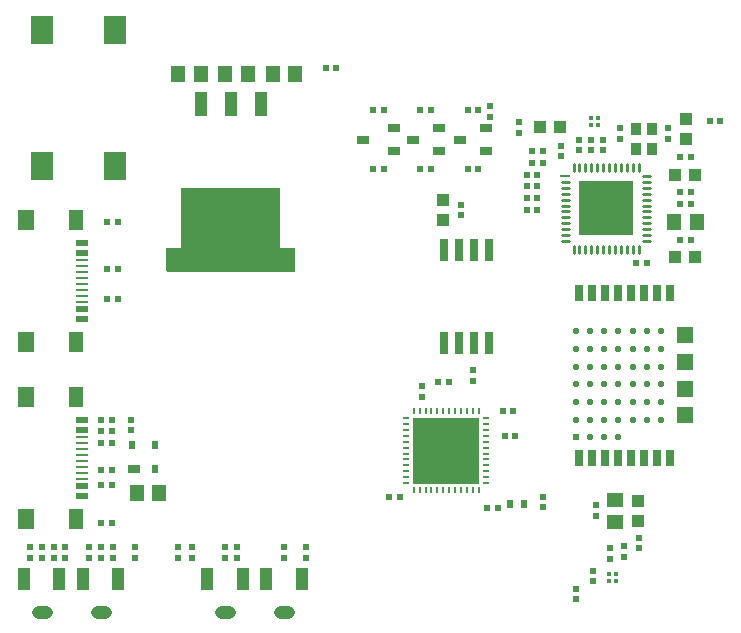
<source format=gbr>
G04 EAGLE Gerber RS-274X export*
G75*
%MOMM*%
%FSLAX34Y34*%
%LPD*%
%INSolderpaste Top*%
%IPPOS*%
%AMOC8*
5,1,8,0,0,1.08239X$1,22.5*%
G01*
%ADD10R,0.574600X0.474600*%
%ADD11R,0.474600X0.574600*%
%ADD12R,0.974600X0.674600*%
%ADD13R,0.574600X0.674600*%
%ADD14R,0.674600X1.474600*%
%ADD15R,0.685800X1.473200*%
%ADD16C,0.574600*%
%ADD17C,0.584200*%
%ADD18R,0.574600X0.574600*%
%ADD19R,1.474600X1.474600*%
%ADD20R,4.584000X4.584000*%
%ADD21R,0.874600X0.254600*%
%ADD22C,0.254600*%
%ADD23R,0.774600X1.874600*%
%ADD24R,1.974600X2.474600*%
%ADD25R,0.374600X0.374600*%
%ADD26R,0.974600X0.774600*%
%ADD27R,1.074600X0.474600*%
%ADD28R,1.074600X0.224600*%
%ADD29R,1.174600X1.674600*%
%ADD30R,1.474600X1.674600*%
%ADD31R,0.974600X1.874600*%
%ADD32C,1.074600*%
%ADD33R,0.474600X0.774600*%
%ADD34R,1.274600X1.474600*%
%ADD35R,1.474600X1.274600*%
%ADD36R,0.974600X1.074600*%
%ADD37R,1.074600X0.974600*%
%ADD38R,1.044600X2.134600*%
%ADD39R,0.609600X1.244600*%
%ADD40R,0.874600X0.974600*%
%ADD41R,0.524600X0.274600*%
%ADD42R,0.274600X0.524600*%
%ADD43R,5.574600X5.574600*%

G36*
X244008Y307802D02*
X244008Y307802D01*
X244017Y307801D01*
X244105Y307822D01*
X244195Y307840D01*
X244202Y307845D01*
X244210Y307847D01*
X244283Y307901D01*
X244359Y307953D01*
X244363Y307960D01*
X244370Y307965D01*
X244417Y308043D01*
X244466Y308120D01*
X244467Y308129D01*
X244472Y308136D01*
X244499Y308300D01*
X244499Y327400D01*
X244498Y327408D01*
X244499Y327417D01*
X244478Y327505D01*
X244460Y327595D01*
X244455Y327602D01*
X244453Y327610D01*
X244399Y327683D01*
X244347Y327759D01*
X244340Y327763D01*
X244335Y327770D01*
X244257Y327817D01*
X244180Y327866D01*
X244171Y327867D01*
X244164Y327872D01*
X244000Y327899D01*
X232149Y327899D01*
X232149Y378200D01*
X232148Y378206D01*
X232149Y378212D01*
X232148Y378214D01*
X232149Y378217D01*
X232128Y378305D01*
X232110Y378395D01*
X232105Y378402D01*
X232103Y378410D01*
X232049Y378483D01*
X231997Y378559D01*
X231990Y378563D01*
X231985Y378570D01*
X231907Y378617D01*
X231830Y378666D01*
X231821Y378667D01*
X231814Y378672D01*
X231650Y378699D01*
X148350Y378699D01*
X148342Y378698D01*
X148333Y378699D01*
X148245Y378678D01*
X148155Y378660D01*
X148148Y378655D01*
X148140Y378653D01*
X148067Y378599D01*
X147991Y378547D01*
X147987Y378540D01*
X147980Y378535D01*
X147933Y378457D01*
X147884Y378380D01*
X147883Y378371D01*
X147878Y378364D01*
X147851Y378200D01*
X147851Y327899D01*
X136000Y327899D01*
X135992Y327898D01*
X135983Y327899D01*
X135895Y327878D01*
X135805Y327860D01*
X135798Y327855D01*
X135790Y327853D01*
X135717Y327799D01*
X135641Y327747D01*
X135637Y327740D01*
X135630Y327735D01*
X135583Y327657D01*
X135534Y327580D01*
X135533Y327571D01*
X135528Y327564D01*
X135501Y327400D01*
X135501Y308300D01*
X135502Y308292D01*
X135501Y308283D01*
X135522Y308195D01*
X135540Y308105D01*
X135545Y308098D01*
X135547Y308090D01*
X135601Y308017D01*
X135653Y307941D01*
X135660Y307937D01*
X135665Y307930D01*
X135743Y307883D01*
X135820Y307834D01*
X135829Y307833D01*
X135836Y307828D01*
X136000Y307801D01*
X244000Y307801D01*
X244008Y307802D01*
G37*
D10*
X80500Y173000D03*
X89500Y173000D03*
X80500Y140000D03*
X89500Y140000D03*
X89500Y182000D03*
X80500Y182000D03*
D11*
X106000Y173500D03*
X106000Y182500D03*
D12*
X108500Y141000D03*
D13*
X125500Y141000D03*
X125500Y161000D03*
X106500Y161000D03*
D14*
X562300Y290000D03*
X551300Y290000D03*
X540300Y290000D03*
X529300Y290000D03*
X518300Y290000D03*
X507300Y290000D03*
X496300Y290000D03*
X485300Y290000D03*
D15*
X485300Y150000D03*
X496300Y150000D03*
X507300Y150000D03*
X518300Y150000D03*
X529300Y150000D03*
X540300Y150000D03*
X551300Y150000D03*
X562300Y150000D03*
D16*
X554300Y242500D03*
X542300Y242500D03*
X530300Y242500D03*
X518300Y242500D03*
X506300Y242500D03*
X494300Y242500D03*
X482300Y242500D03*
X554300Y227500D03*
X542300Y227500D03*
X530300Y227500D03*
X518300Y227500D03*
X506300Y227500D03*
X494300Y227500D03*
X482300Y227500D03*
X554300Y212500D03*
X542300Y212500D03*
X530300Y212500D03*
X518300Y212500D03*
X506300Y212500D03*
X494300Y212500D03*
X482300Y212500D03*
X554300Y197500D03*
X542300Y197500D03*
X530300Y197500D03*
X518300Y197500D03*
X506300Y197500D03*
X494300Y197500D03*
X482300Y197500D03*
X554300Y182500D03*
X542300Y182500D03*
X530300Y182500D03*
X518300Y182500D03*
X506300Y182500D03*
X494300Y182500D03*
X482300Y182500D03*
D17*
X518300Y167500D03*
X506300Y167500D03*
X494300Y167500D03*
D18*
X482300Y167500D03*
D19*
X574300Y253750D03*
X574300Y231250D03*
X574300Y208750D03*
X574300Y186250D03*
D16*
X554300Y257500D03*
X542300Y257500D03*
X530300Y257500D03*
X518300Y257500D03*
X506300Y257500D03*
X494300Y257500D03*
X482300Y257500D03*
D11*
X499600Y110000D03*
X499600Y101000D03*
X470000Y405500D03*
X470000Y414500D03*
D10*
X570500Y335000D03*
X579500Y335000D03*
X570500Y405000D03*
X579500Y405000D03*
X445100Y410200D03*
X454100Y410200D03*
X445100Y400200D03*
X454100Y400200D03*
X440500Y390000D03*
X449500Y390000D03*
X440500Y380000D03*
X449500Y380000D03*
X440500Y370000D03*
X449500Y370000D03*
X570500Y375000D03*
X579500Y375000D03*
D18*
X570500Y365000D03*
X579500Y365000D03*
X536000Y82500D03*
X536000Y73500D03*
X523000Y75500D03*
X523000Y66500D03*
X511000Y73500D03*
X511000Y64500D03*
X505000Y410500D03*
X505000Y419500D03*
X485000Y410500D03*
X485000Y419500D03*
X495000Y410500D03*
X495000Y419500D03*
X395000Y224500D03*
X395000Y215500D03*
X454260Y108380D03*
X454260Y117380D03*
X429300Y189800D03*
X420300Y189800D03*
D10*
X333000Y116900D03*
X324000Y116900D03*
X422100Y168700D03*
X431100Y168700D03*
X407000Y108100D03*
X416000Y108100D03*
D11*
X351900Y202000D03*
X351900Y211000D03*
D20*
X507800Y361300D03*
D21*
X473300Y388800D03*
D22*
X470200Y383800D02*
X476400Y383800D01*
X476400Y378800D02*
X470200Y378800D01*
X470200Y373800D02*
X476400Y373800D01*
X476400Y368800D02*
X470200Y368800D01*
X470200Y363800D02*
X476400Y363800D01*
X476400Y358800D02*
X470200Y358800D01*
X470200Y353800D02*
X476400Y353800D01*
X476400Y348800D02*
X470200Y348800D01*
X470200Y343800D02*
X476400Y343800D01*
X476400Y338800D02*
X470200Y338800D01*
X470200Y333800D02*
X476400Y333800D01*
X480300Y329900D02*
X480300Y323700D01*
X485300Y323700D02*
X485300Y329900D01*
X490300Y329900D02*
X490300Y323700D01*
X495300Y323700D02*
X495300Y329900D01*
X500300Y329900D02*
X500300Y323700D01*
X505300Y323700D02*
X505300Y329900D01*
X510300Y329900D02*
X510300Y323700D01*
X515300Y323700D02*
X515300Y329900D01*
X520300Y329900D02*
X520300Y323700D01*
X525300Y323700D02*
X525300Y329900D01*
X530300Y329900D02*
X530300Y323700D01*
X535300Y323700D02*
X535300Y329900D01*
X539200Y333800D02*
X545400Y333800D01*
X545400Y338800D02*
X539200Y338800D01*
X539200Y343800D02*
X545400Y343800D01*
X545400Y348800D02*
X539200Y348800D01*
X539200Y353800D02*
X545400Y353800D01*
X545400Y358800D02*
X539200Y358800D01*
X539200Y363800D02*
X545400Y363800D01*
X545400Y368800D02*
X539200Y368800D01*
X539200Y373800D02*
X545400Y373800D01*
X545400Y378800D02*
X539200Y378800D01*
X539200Y383800D02*
X545400Y383800D01*
X545400Y388800D02*
X539200Y388800D01*
X535300Y392700D02*
X535300Y398900D01*
X530300Y398900D02*
X530300Y392700D01*
X525300Y392700D02*
X525300Y398900D01*
X520300Y398900D02*
X520300Y392700D01*
X515300Y392700D02*
X515300Y398900D01*
X510300Y398900D02*
X510300Y392700D01*
X505300Y392700D02*
X505300Y398900D01*
X500300Y398900D02*
X500300Y392700D01*
X495300Y392700D02*
X495300Y398900D01*
X490300Y398900D02*
X490300Y392700D01*
X485300Y392700D02*
X485300Y398900D01*
X480300Y398900D02*
X480300Y392700D01*
D18*
X449500Y360000D03*
X440500Y360000D03*
X80000Y65500D03*
X80000Y74500D03*
D23*
X370750Y247300D03*
X383450Y247300D03*
X396150Y247300D03*
X408850Y247300D03*
X408850Y326300D03*
X396150Y326300D03*
X383450Y326300D03*
X370750Y326300D03*
D18*
X254000Y65500D03*
X254000Y74500D03*
X30000Y65500D03*
X30000Y74500D03*
D10*
X350500Y394600D03*
X359500Y394600D03*
X359500Y444600D03*
X350500Y444600D03*
X399500Y444600D03*
X390500Y444600D03*
X390500Y394600D03*
X399500Y394600D03*
X310500Y394600D03*
X319500Y394600D03*
X319500Y444600D03*
X310500Y444600D03*
D18*
X185000Y65500D03*
X185000Y74500D03*
X145000Y65500D03*
X145000Y74500D03*
X157000Y65500D03*
X157000Y74500D03*
D24*
X30000Y397500D03*
X92000Y397500D03*
X92000Y512500D03*
X30000Y512500D03*
D25*
X516000Y46000D03*
X516000Y52000D03*
X510000Y52000D03*
X510000Y46000D03*
X494754Y438128D03*
X494754Y432128D03*
X500754Y432128D03*
X500754Y438128D03*
D26*
X366000Y410100D03*
X366000Y429100D03*
X344000Y419600D03*
X406000Y410100D03*
X406000Y429100D03*
X384000Y419600D03*
D27*
X64500Y182000D03*
X64500Y174000D03*
D28*
X64500Y162500D03*
X64500Y152500D03*
X64500Y147500D03*
X64500Y137500D03*
D27*
X64500Y118000D03*
X64500Y126000D03*
D28*
X64500Y132500D03*
X64500Y142500D03*
X64500Y157500D03*
X64500Y167500D03*
D29*
X59000Y201500D03*
D30*
X17000Y201500D03*
X17000Y98500D03*
D29*
X59000Y98500D03*
D27*
X64500Y332000D03*
X64500Y324000D03*
D28*
X64500Y312500D03*
X64500Y302500D03*
X64500Y297500D03*
X64500Y287500D03*
D27*
X64500Y268000D03*
X64500Y276000D03*
D28*
X64500Y282500D03*
X64500Y292500D03*
X64500Y307500D03*
X64500Y317500D03*
D29*
X59000Y351500D03*
D30*
X17000Y351500D03*
X17000Y248500D03*
D29*
X59000Y248500D03*
D18*
X89500Y163000D03*
X80500Y163000D03*
X89500Y127000D03*
X80500Y127000D03*
X94500Y285000D03*
X85500Y285000D03*
X94500Y310000D03*
X85500Y310000D03*
X94500Y350000D03*
X85500Y350000D03*
X89500Y95000D03*
X80500Y95000D03*
D11*
X560000Y429500D03*
X560000Y420500D03*
D18*
X520000Y429500D03*
X520000Y420500D03*
D31*
X220000Y47500D03*
X250000Y47500D03*
D32*
X238500Y20000D02*
X231500Y20000D01*
D31*
X15000Y47500D03*
X45000Y47500D03*
D32*
X33500Y20000D02*
X26500Y20000D01*
D31*
X65000Y47500D03*
X95000Y47500D03*
D32*
X83500Y20000D02*
X76500Y20000D01*
D31*
X170000Y47500D03*
X200000Y47500D03*
D32*
X188500Y20000D02*
X181500Y20000D01*
D18*
X235000Y74500D03*
X235000Y65500D03*
X20000Y74500D03*
X20000Y65500D03*
X195000Y74500D03*
X195000Y65500D03*
X70000Y74500D03*
X70000Y65500D03*
D33*
X426500Y111020D03*
X438500Y111020D03*
D34*
X129500Y120000D03*
X110500Y120000D03*
X185500Y475000D03*
X204500Y475000D03*
D35*
X515000Y114500D03*
X515000Y95500D03*
D34*
X565500Y349800D03*
X584500Y349800D03*
D11*
X40000Y65500D03*
X40000Y74500D03*
X90000Y65500D03*
X90000Y74500D03*
X385000Y355500D03*
X385000Y364500D03*
D18*
X604500Y435000D03*
X595500Y435000D03*
D36*
X451500Y430700D03*
X468500Y430700D03*
D37*
X535000Y113500D03*
X535000Y96500D03*
X370000Y351500D03*
X370000Y368500D03*
X575400Y420000D03*
X575400Y437000D03*
D36*
X566500Y320000D03*
X583500Y320000D03*
X566500Y390000D03*
X583500Y390000D03*
D38*
X215400Y450000D03*
X190000Y450000D03*
X164600Y450000D03*
D39*
X190000Y350000D03*
D34*
X244500Y475000D03*
X225500Y475000D03*
D26*
X328000Y410100D03*
X328000Y429100D03*
X302000Y419600D03*
D40*
X533500Y428500D03*
X533500Y411500D03*
X546500Y411500D03*
X546500Y428500D03*
D41*
X406250Y128800D03*
X406250Y133800D03*
X406250Y138800D03*
X406250Y143800D03*
X406250Y148800D03*
X406250Y153800D03*
X406250Y158800D03*
X406250Y163800D03*
X406250Y168800D03*
X406250Y173800D03*
X406250Y178800D03*
X406250Y183800D03*
D42*
X400000Y190050D03*
X395000Y190050D03*
X390000Y190050D03*
X385000Y190050D03*
X380000Y190050D03*
X375000Y190050D03*
X370000Y190050D03*
X365000Y190050D03*
X360000Y190050D03*
X355000Y190050D03*
X350000Y190050D03*
X345000Y190050D03*
D41*
X338750Y183800D03*
X338750Y178800D03*
X338750Y173800D03*
X338750Y168800D03*
X338750Y163800D03*
X338750Y158800D03*
X338750Y153800D03*
X338750Y148800D03*
X338750Y143800D03*
X338750Y138800D03*
X338750Y133800D03*
X338750Y128800D03*
D42*
X345000Y122550D03*
X350000Y122550D03*
X355000Y122550D03*
X360000Y122550D03*
X365000Y122550D03*
X370000Y122550D03*
X375000Y122550D03*
X380000Y122550D03*
X385000Y122550D03*
X390000Y122550D03*
X395000Y122550D03*
X400000Y122550D03*
D43*
X372500Y156300D03*
D10*
X533200Y315100D03*
X542200Y315100D03*
D18*
X50000Y74500D03*
X50000Y65500D03*
X109000Y74500D03*
X109000Y65500D03*
X374600Y214200D03*
X365600Y214200D03*
X497000Y45500D03*
X497000Y54500D03*
D11*
X482600Y39300D03*
X482600Y30300D03*
X434000Y434500D03*
X434000Y425500D03*
D18*
X409800Y439100D03*
X409800Y448100D03*
D34*
X164500Y475000D03*
X145500Y475000D03*
D18*
X270500Y480000D03*
X279500Y480000D03*
M02*

</source>
